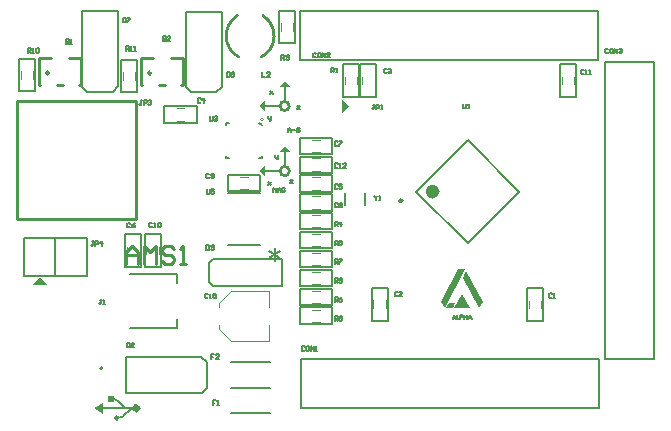
<source format=gto>
G04*
G04 #@! TF.GenerationSoftware,Altium Limited,Altium Designer,19.0.4 (130)*
G04*
G04 Layer_Color=65535*
%FSTAX24Y24*%
%MOIN*%
G70*
G01*
G75*
%ADD10C,0.0079*%
%ADD11C,0.0100*%
%ADD12C,0.0098*%
%ADD13C,0.0236*%
%ADD14C,0.0000*%
%ADD15C,0.0070*%
%ADD16C,0.0150*%
%ADD17C,0.0050*%
%ADD18C,0.0080*%
%ADD19C,0.0039*%
%ADD20C,0.0040*%
%ADD21C,0.0060*%
%ADD22C,0.0078*%
%ADD23R,0.0220X0.0220*%
G36*
X043745Y0347D02*
X043355D01*
X04355Y034895D01*
X043745Y0347D01*
D02*
G37*
G36*
X04291Y03385D02*
X042715Y034045D01*
X04291Y03424D01*
Y03385D01*
D02*
G37*
G36*
X0457Y03405D02*
X04545Y0338D01*
Y0343D01*
X0457Y03405D01*
D02*
G37*
G36*
X043747Y03253D02*
X043357D01*
X043552Y032725D01*
X043747Y03253D01*
D02*
G37*
G36*
X042912Y03168D02*
X042717Y031875D01*
X042912Y03207D01*
Y03168D01*
D02*
G37*
G36*
X03565Y0281D02*
X03515D01*
X0354Y02835D01*
X03565Y0281D01*
D02*
G37*
G36*
X050147Y027523D02*
X050027Y027307D01*
X04948Y02833D01*
X049594Y028549D01*
X050147Y027523D01*
D02*
G37*
G36*
X04972Y027307D02*
X0492D01*
X04945Y027777D01*
X04972Y027307D01*
D02*
G37*
G36*
X04915D02*
X04894D01*
X04903Y027477D01*
X04923D01*
X04915Y027307D01*
D02*
G37*
G36*
X04888D02*
X048771Y027516D01*
X049343Y028612D01*
X04956D01*
X04888Y027307D01*
D02*
G37*
G36*
X0375Y02379D02*
X03718Y02397D01*
X0375Y02415D01*
Y02379D01*
D02*
G37*
D10*
X03748Y025311D02*
G03*
X03748Y025311I-000039J0D01*
G01*
X04345Y02805D02*
Y02895D01*
X041175Y02805D02*
X04345D01*
X04104Y028185D02*
X041175Y02805D01*
Y02895D02*
X04345D01*
X04104Y028815D02*
X041175Y02895D01*
X04104Y028185D02*
Y028815D01*
X047924Y0312D02*
X04965Y029474D01*
Y032926D02*
X051376Y0312D01*
X047924D02*
X04965Y032926D01*
Y029474D02*
X051376Y0312D01*
X042712Y033491D02*
X042791Y033412D01*
Y032309D02*
Y032388D01*
X042712Y032309D02*
X042791D01*
X041609D02*
X041688D01*
X041609D02*
Y032388D01*
Y033412D02*
Y033491D01*
X041688D01*
X04095Y0251D02*
Y025525D01*
X038264Y0257D02*
X040774D01*
X038264Y0245D02*
Y0257D01*
Y0245D02*
X040784D01*
X04095Y024665D02*
Y0251D01*
X040784Y0245D02*
X04095Y024665D01*
X040774Y0257D02*
X04095Y025525D01*
X0374Y034528D02*
X037825D01*
X038Y034704D02*
Y037214D01*
X0368D02*
X038D01*
X0368Y034694D02*
Y037214D01*
X036965Y034528D02*
X0374D01*
X0368Y034694D02*
X036965Y034528D01*
X037825D02*
X038Y034704D01*
X04085Y034515D02*
X041275D01*
X04145Y03469D02*
Y0372D01*
X04025D02*
X04145D01*
X04025Y03468D02*
Y0372D01*
X040415Y034515D02*
X04085D01*
X04025Y03468D02*
X040415Y034515D01*
X041275D02*
X04145Y03469D01*
D11*
X042783Y035686D02*
G03*
X042829Y037063I-000383J000702D01*
G01*
X041971D02*
G03*
X042014Y035687I00043J-000675D01*
G01*
X03801Y02366D02*
G03*
X03801Y02366I-00005J0D01*
G01*
X043703Y03405D02*
G03*
X043703Y03405I-000153J0D01*
G01*
X043705Y03188D02*
G03*
X043705Y03188I-000153J0D01*
G01*
X034645Y030272D02*
Y033639D01*
Y034209D01*
Y030272D02*
X038582Y030272D01*
X034645Y034209D02*
X038582D01*
Y030272D02*
Y034209D01*
X03535Y035657D02*
X03575D01*
X03535Y034757D02*
Y035657D01*
Y034757D02*
X0354D01*
X03635Y035657D02*
X03675D01*
Y034757D02*
Y035657D01*
X0367Y034757D02*
X03675D01*
X03595D02*
X03615D01*
X03875Y035646D02*
X03915D01*
X03875Y034746D02*
Y035646D01*
Y034746D02*
X0388D01*
X03975Y035646D02*
X04015D01*
Y034746D02*
Y035646D01*
X0401Y034746D02*
X04015D01*
X03935D02*
X03955D01*
X03826Y02879D02*
Y02919D01*
X03846Y02939D01*
X03866Y02919D01*
Y02879D01*
Y02909D01*
X03826D01*
X03886Y02879D02*
Y02939D01*
X03906Y02919D01*
X03926Y02939D01*
Y02879D01*
X039859Y02929D02*
X03976Y02939D01*
X03956D01*
X03946Y02929D01*
Y02919D01*
X03956Y02909D01*
X03976D01*
X039859Y02899D01*
Y02889D01*
X03976Y02879D01*
X03956D01*
X03946Y02889D01*
X040059Y02879D02*
X040259D01*
X040159D01*
Y02939D01*
X040059Y02929D01*
D12*
X047472Y030894D02*
G03*
X047472Y030894I-000049J0D01*
G01*
X0357Y035157D02*
G03*
X0357Y035157I-000049J0D01*
G01*
X0391Y035146D02*
G03*
X0391Y035146I-000049J0D01*
G01*
D13*
X048599Y0312D02*
G03*
X048599Y0312I-000118J0D01*
G01*
D14*
X042841Y033609D02*
G03*
X042841Y033609I-00005J0D01*
G01*
D15*
X03806Y02366D02*
G03*
X038162Y023702I0J000145D01*
G01*
X037982Y024228D02*
G03*
X03788Y02427I-000102J-000102D01*
G01*
X03485Y0284D02*
X03695D01*
X03485D02*
Y02965D01*
X03695D01*
Y0284D02*
Y02965D01*
X0359Y0284D02*
Y02965D01*
X038162Y023702D02*
X03842Y02396D01*
X037982Y024228D02*
X03824Y02397D01*
X0375D02*
X0386D01*
D16*
X03867D02*
G03*
X03867Y02397I-00007J0D01*
G01*
D17*
X03839Y028465D02*
X03997D01*
Y028145D02*
Y028465D01*
Y026645D02*
Y026965D01*
X03839Y026645D02*
X03997D01*
X044094Y023974D02*
X054015D01*
X044094D02*
Y025628D01*
X054015Y023974D02*
Y025628D01*
X044094D02*
X054015D01*
X044077Y035574D02*
X053999D01*
X044077D02*
Y037228D01*
X053999Y035574D02*
Y037228D01*
X044077D02*
X053999D01*
X055866Y025609D02*
Y03553D01*
X054213Y025609D02*
X055866D01*
X054213Y03553D02*
X055866D01*
X054213Y025609D02*
Y03553D01*
X0455Y034361D02*
Y035441D01*
Y034361D02*
X04604D01*
Y035441D01*
X0455D02*
X04604D01*
X0439Y036148D02*
Y037228D01*
X04336D02*
X0439D01*
X04336Y036148D02*
Y037228D01*
Y036148D02*
X0439D01*
X04405Y030479D02*
X04513D01*
X04405Y029939D02*
Y030479D01*
Y029939D02*
X04513D01*
Y030479D01*
X04405Y02985D02*
X04513D01*
X04405Y02931D02*
Y02985D01*
Y02931D02*
X04513D01*
Y02985D01*
X04405Y027965D02*
X04513D01*
X04405Y027425D02*
Y027965D01*
Y027425D02*
X04513D01*
Y027965D01*
X04405Y029222D02*
X04513D01*
X04405Y028682D02*
Y029222D01*
Y028682D02*
X04513D01*
Y029222D01*
X04405Y027337D02*
X04513D01*
X04405Y026797D02*
Y027337D01*
Y026797D02*
X04513D01*
Y027337D01*
X04405Y028594D02*
X04513D01*
X04405Y028054D02*
Y028594D01*
Y028054D02*
X04513D01*
Y028594D01*
X0347Y03455D02*
Y03563D01*
Y03455D02*
X03524D01*
Y03563D01*
X0347D02*
X03524D01*
X0381Y03451D02*
Y03559D01*
Y03451D02*
X03864D01*
Y03559D01*
X0381D02*
X03864D01*
X05162Y026891D02*
Y027971D01*
Y026891D02*
X05216D01*
Y027971D01*
X05162D02*
X05216D01*
X04645Y0269D02*
Y02798D01*
Y0269D02*
X04699D01*
Y02798D01*
X04645D02*
X04699D01*
X046068Y034361D02*
Y035441D01*
Y034361D02*
X046608D01*
Y035441D01*
X046068D02*
X046608D01*
X03954Y0335D02*
X04062D01*
Y03404D01*
X03954D02*
X04062D01*
X03954Y0335D02*
Y03404D01*
X04405Y031735D02*
X04513D01*
X04405Y031195D02*
Y031735D01*
Y031195D02*
X04513D01*
Y031735D01*
X038775Y028695D02*
Y029775D01*
X038235D02*
X038775D01*
X038235Y028695D02*
Y029775D01*
Y028695D02*
X038775D01*
X04405Y032992D02*
X04513D01*
X04405Y032452D02*
Y032992D01*
Y032452D02*
X04513D01*
Y032992D01*
X04405Y031107D02*
X04513D01*
X04405Y030567D02*
Y031107D01*
Y030567D02*
X04513D01*
Y031107D01*
X04165Y03175D02*
X04273D01*
X04165Y03121D02*
Y03175D01*
Y03121D02*
X04273D01*
Y03175D01*
X03942Y028695D02*
Y029775D01*
X03888D02*
X03942D01*
X03888Y028695D02*
Y029775D01*
Y028695D02*
X03942D01*
X05327Y034361D02*
Y035441D01*
X05273D02*
X05327D01*
X05273Y034361D02*
Y035441D01*
Y034361D02*
X05327D01*
X04405Y032364D02*
X04513D01*
X04405Y031824D02*
Y032364D01*
Y031824D02*
X04513D01*
Y032364D01*
X041778Y024659D02*
X043062D01*
X041778Y023801D02*
X043062D01*
X041778Y025509D02*
X043062D01*
X041778Y024651D02*
X043062D01*
X0377Y02427D02*
X03788D01*
X0429Y03405D02*
X04339D01*
X04355Y03425D02*
Y0347D01*
X043552Y03208D02*
Y03253D01*
X042902Y03188D02*
X043392D01*
X04395Y034047D02*
X04405D01*
X04395Y033947D01*
X04405D01*
X043003Y03371D02*
Y033635D01*
X043028Y03361D01*
X043103D01*
Y033585D01*
X043078Y03356D01*
X043053D01*
X043103Y03361D02*
Y03371D01*
X04306Y03455D02*
X04316Y03445D01*
X04311Y0345D01*
X04316Y03455D01*
X04306Y03445D01*
X043002Y031503D02*
X043102Y031403D01*
X043052Y031453D01*
X043102Y031503D01*
X043002Y031403D01*
X04323Y032425D02*
Y03235D01*
X043255Y032325D01*
X04333D01*
Y0323D01*
X043305Y032275D01*
X04328D01*
X04333Y032325D02*
Y032425D01*
X04372Y03159D02*
X04382D01*
X04372Y03149D01*
X04382D01*
X04317Y03118D02*
Y03133D01*
X04322Y03128D01*
X04327Y03133D01*
Y03118D01*
X04332D02*
Y03128D01*
X04337Y03133D01*
X04342Y03128D01*
Y03118D01*
Y031255D01*
X04332D01*
X04357Y031305D02*
X043545Y03133D01*
X043495D01*
X04347Y031305D01*
Y031205D01*
X043495Y03118D01*
X043545D01*
X04357Y031205D01*
Y031255D01*
X04352D01*
X043653Y03318D02*
Y03328D01*
X043703Y03333D01*
X043753Y03328D01*
Y03318D01*
Y033255D01*
X043653D01*
X043803D02*
X043903D01*
X044053Y033305D02*
X044028Y03333D01*
X043978D01*
X043953Y033305D01*
Y033205D01*
X043978Y03318D01*
X044028D01*
X044053Y033205D01*
Y033255D01*
X044003D01*
X049263Y02695D02*
X049206Y0271D01*
X049149Y02695D01*
X04917Y027D02*
X049242D01*
X049298Y0271D02*
Y02695D01*
X049384D01*
X0494Y027021D02*
X049465D01*
X049486Y027029D01*
X049493Y027036D01*
X0495Y02705D01*
Y027071D01*
X049493Y027086D01*
X049486Y027093D01*
X049465Y0271D01*
X0494D01*
Y02695D01*
X049534Y0271D02*
Y02695D01*
X049634Y0271D02*
Y02695D01*
X049534Y027029D02*
X049634D01*
X049789Y02695D02*
X049732Y0271D01*
X049675Y02695D01*
X049697Y027D02*
X049768D01*
X0412Y025775D02*
X0411D01*
Y0257D01*
X04115D01*
X0411D01*
Y025625D01*
X04135D02*
X04125D01*
X04135Y025725D01*
Y02575D01*
X041325Y025775D01*
X041275D01*
X04125Y02575D01*
X0388Y03425D02*
X03875D01*
X038775D01*
Y034125D01*
X03875Y0341D01*
X038725D01*
X0387Y034125D01*
X03885Y0341D02*
Y03425D01*
X038925D01*
X03895Y034225D01*
Y034175D01*
X038925Y03415D01*
X03885D01*
X039Y034225D02*
X039025Y03425D01*
X039075D01*
X0391Y034225D01*
Y0342D01*
X039075Y034175D01*
X03905D01*
X039075D01*
X0391Y03415D01*
Y034125D01*
X039075Y0341D01*
X039025D01*
X039Y034125D01*
X04654Y03106D02*
Y031035D01*
X04659Y030985D01*
X04664Y031035D01*
Y03106D01*
X04659Y030985D02*
Y03091D01*
X04669D02*
X04674D01*
X046715D01*
Y03106D01*
X04669Y031035D01*
X04095Y031284D02*
Y031159D01*
X040975Y031134D01*
X041025D01*
X04105Y031159D01*
Y031284D01*
X0412D02*
X0411D01*
Y031209D01*
X04115Y031234D01*
X041175D01*
X0412Y031209D01*
Y031159D01*
X041175Y031134D01*
X041125D01*
X0411Y031159D01*
X04105Y033705D02*
Y03358D01*
X041075Y033555D01*
X041125D01*
X04115Y03358D01*
Y033705D01*
X0412Y03368D02*
X041225Y033705D01*
X041275D01*
X0413Y03368D01*
Y033655D01*
X041275Y03363D01*
X04125D01*
X041275D01*
X0413Y033605D01*
Y03358D01*
X041275Y033555D01*
X041225D01*
X0412Y03358D01*
X04951Y03412D02*
Y033995D01*
X049535Y03397D01*
X049585D01*
X04961Y033995D01*
Y03412D01*
X04966Y03397D02*
X04971D01*
X049685D01*
Y03412D01*
X04966Y034095D01*
X03827Y03589D02*
Y03604D01*
X038345D01*
X03837Y036015D01*
Y035965D01*
X038345Y03594D01*
X03827D01*
X03832D02*
X03837Y03589D01*
X03842D02*
X03847D01*
X038445D01*
Y03604D01*
X03842Y036015D01*
X038545Y03589D02*
X038595D01*
X03857D01*
Y03604D01*
X038545Y036015D01*
X03498Y03583D02*
Y03598D01*
X035055D01*
X03508Y035955D01*
Y035905D01*
X035055Y03588D01*
X03498D01*
X03503D02*
X03508Y03583D01*
X03513D02*
X03518D01*
X035155D01*
Y03598D01*
X03513Y035955D01*
X035255D02*
X03528Y03598D01*
X03533D01*
X035355Y035955D01*
Y035855D01*
X03533Y03583D01*
X03528D01*
X035255Y035855D01*
Y035955D01*
X04522Y02816D02*
Y02831D01*
X045295D01*
X04532Y028285D01*
Y028235D01*
X045295Y02821D01*
X04522D01*
X04527D02*
X04532Y02816D01*
X04537Y028185D02*
X045395Y02816D01*
X045445D01*
X04547Y028185D01*
Y028285D01*
X045445Y02831D01*
X045395D01*
X04537Y028285D01*
Y02826D01*
X045395Y028235D01*
X04547D01*
X04522Y0269D02*
Y02705D01*
X045295D01*
X04532Y027025D01*
Y026975D01*
X045295Y02695D01*
X04522D01*
X04527D02*
X04532Y0269D01*
X04537Y027025D02*
X045395Y02705D01*
X045445D01*
X04547Y027025D01*
Y027D01*
X045445Y026975D01*
X04547Y02695D01*
Y026925D01*
X045445Y0269D01*
X045395D01*
X04537Y026925D01*
Y02695D01*
X045395Y026975D01*
X04537Y027D01*
Y027025D01*
X045395Y026975D02*
X045445D01*
X04522Y02879D02*
Y02894D01*
X045295D01*
X04532Y028915D01*
Y028865D01*
X045295Y02884D01*
X04522D01*
X04527D02*
X04532Y02879D01*
X04537Y02894D02*
X04547D01*
Y028915D01*
X04537Y028815D01*
Y02879D01*
X04522Y02753D02*
Y02768D01*
X045295D01*
X04532Y027655D01*
Y027605D01*
X045295Y02758D01*
X04522D01*
X04527D02*
X04532Y02753D01*
X04547Y02768D02*
X04542Y027655D01*
X04537Y027605D01*
Y027555D01*
X045395Y02753D01*
X045445D01*
X04547Y027555D01*
Y02758D01*
X045445Y027605D01*
X04537D01*
X04522Y029412D02*
Y029562D01*
X045295D01*
X04532Y029537D01*
Y029487D01*
X045295Y029462D01*
X04522D01*
X04527D02*
X04532Y029412D01*
X04547Y029562D02*
X04537D01*
Y029487D01*
X04542Y029512D01*
X045445D01*
X04547Y029487D01*
Y029437D01*
X045445Y029412D01*
X045395D01*
X04537Y029437D01*
X04522Y030048D02*
Y030198D01*
X045295D01*
X04532Y030173D01*
Y030123D01*
X045295Y030098D01*
X04522D01*
X04527D02*
X04532Y030048D01*
X045445D02*
Y030198D01*
X04537Y030123D01*
X04547D01*
X04344Y0356D02*
Y03575D01*
X043515D01*
X04354Y035725D01*
Y035675D01*
X043515Y03565D01*
X04344D01*
X04349D02*
X04354Y0356D01*
X04359Y035725D02*
X043615Y03575D01*
X043665D01*
X04369Y035725D01*
Y0357D01*
X043665Y035675D01*
X04364D01*
X043665D01*
X04369Y03565D01*
Y035625D01*
X043665Y0356D01*
X043615D01*
X04359Y035625D01*
X04511Y035175D02*
Y035325D01*
X045185D01*
X04521Y0353D01*
Y03525D01*
X045185Y035225D01*
X04511D01*
X04516D02*
X04521Y035175D01*
X04526D02*
X04531D01*
X045285D01*
Y035325D01*
X04526Y0353D01*
X03958Y036255D02*
Y036355D01*
X039555Y03638D01*
X039505D01*
X03948Y036355D01*
Y036255D01*
X039505Y03623D01*
X039555D01*
X03953Y03628D02*
X03958Y03623D01*
X039555D02*
X03958Y036255D01*
X03973Y03623D02*
X03963D01*
X03973Y03633D01*
Y036355D01*
X039705Y03638D01*
X039655D01*
X03963Y036355D01*
X03635Y036155D02*
Y036255D01*
X036325Y03628D01*
X036275D01*
X03625Y036255D01*
Y036155D01*
X036275Y03613D01*
X036325D01*
X0363Y03618D02*
X03635Y03613D01*
X036325D02*
X03635Y036155D01*
X0364Y03613D02*
X03645D01*
X036425D01*
Y03628D01*
X0364Y036255D01*
X0428Y03518D02*
Y03503D01*
X0429D01*
X04305D02*
X04295D01*
X04305Y03513D01*
Y035155D01*
X043025Y03518D01*
X042975D01*
X04295Y035155D01*
X03719Y029545D02*
X03714D01*
X037165D01*
Y02942D01*
X03714Y029395D01*
X037115D01*
X03709Y02942D01*
X03724Y029395D02*
Y029545D01*
X037315D01*
X03734Y02952D01*
Y02947D01*
X037315Y029445D01*
X03724D01*
X037465Y029395D02*
Y029545D01*
X03739Y02947D01*
X03749D01*
X04656Y034097D02*
X04651D01*
X046535D01*
Y033972D01*
X04651Y033947D01*
X046485D01*
X04646Y033972D01*
X04661Y033947D02*
Y034097D01*
X046685D01*
X04671Y034072D01*
Y034022D01*
X046685Y033997D01*
X04661D01*
X04676Y033947D02*
X04681D01*
X046785D01*
Y034097D01*
X04676Y034072D01*
X03746Y027595D02*
X03741D01*
X037435D01*
Y02747D01*
X03741Y027445D01*
X037385D01*
X03736Y02747D01*
X03751Y027445D02*
X03756D01*
X037535D01*
Y027595D01*
X03751Y02757D01*
X04125Y024235D02*
X04115D01*
Y02416D01*
X0412D01*
X04115D01*
Y024085D01*
X0413D02*
X04135D01*
X041325D01*
Y024235D01*
X0413Y02421D01*
X04162Y03518D02*
Y03503D01*
X041695D01*
X04172Y035055D01*
Y035155D01*
X041695Y03518D01*
X04162D01*
X04177Y035155D02*
X041795Y03518D01*
X041845D01*
X04187Y035155D01*
Y03513D01*
X041845Y035105D01*
X04187Y03508D01*
Y035055D01*
X041845Y03503D01*
X041795D01*
X04177Y035055D01*
Y03508D01*
X041795Y035105D01*
X04177Y03513D01*
Y035155D01*
X041795Y035105D02*
X041845D01*
X03816Y03699D02*
Y03684D01*
X038235D01*
X03826Y036865D01*
Y036965D01*
X038235Y03699D01*
X03816D01*
X03831D02*
X03841D01*
Y036965D01*
X03831Y036865D01*
Y03684D01*
X04094Y02941D02*
Y02926D01*
X041015D01*
X04104Y029285D01*
Y029385D01*
X041015Y02941D01*
X04094D01*
X04109Y029385D02*
X041115Y02941D01*
X041165D01*
X04119Y029385D01*
Y02936D01*
X041165Y029335D01*
X04114D01*
X041165D01*
X04119Y02931D01*
Y029285D01*
X041165Y02926D01*
X041115D01*
X04109Y029285D01*
X03828Y026155D02*
Y026005D01*
X038355D01*
X03838Y02603D01*
Y02613D01*
X038355Y026155D01*
X03828D01*
X03853Y026005D02*
X03843D01*
X03853Y026105D01*
Y02613D01*
X038505Y026155D01*
X038455D01*
X03843Y02613D01*
X05434Y035935D02*
X054315Y03596D01*
X054265D01*
X05424Y035935D01*
Y035835D01*
X054265Y03581D01*
X054315D01*
X05434Y035835D01*
X054465Y03596D02*
X054415D01*
X05439Y035935D01*
Y035835D01*
X054415Y03581D01*
X054465D01*
X05449Y035835D01*
Y035935D01*
X054465Y03596D01*
X05454Y03581D02*
Y03596D01*
X05464Y03581D01*
Y03596D01*
X05469Y035935D02*
X054715Y03596D01*
X054765D01*
X05479Y035935D01*
Y03591D01*
X054765Y035885D01*
X05474D01*
X054765D01*
X05479Y03586D01*
Y035835D01*
X054765Y03581D01*
X054715D01*
X05469Y035835D01*
X0446Y035795D02*
X044575Y03582D01*
X044525D01*
X0445Y035795D01*
Y035695D01*
X044525Y03567D01*
X044575D01*
X0446Y035695D01*
X044725Y03582D02*
X044675D01*
X04465Y035795D01*
Y035695D01*
X044675Y03567D01*
X044725D01*
X04475Y035695D01*
Y035795D01*
X044725Y03582D01*
X0448Y03567D02*
Y03582D01*
X0449Y03567D01*
Y03582D01*
X04505Y03567D02*
X04495D01*
X04505Y03577D01*
Y035795D01*
X045025Y03582D01*
X044975D01*
X04495Y035795D01*
X04422Y026025D02*
X044195Y02605D01*
X044145D01*
X04412Y026025D01*
Y025925D01*
X044145Y0259D01*
X044195D01*
X04422Y025925D01*
X044345Y02605D02*
X044295D01*
X04427Y026025D01*
Y025925D01*
X044295Y0259D01*
X044345D01*
X04437Y025925D01*
Y026025D01*
X044345Y02605D01*
X04442Y0259D02*
Y02605D01*
X04452Y0259D01*
Y02605D01*
X04457Y0259D02*
X04462D01*
X044595D01*
Y02605D01*
X04457Y026025D01*
X041Y027775D02*
X040975Y0278D01*
X040925D01*
X0409Y027775D01*
Y027675D01*
X040925Y02765D01*
X040975D01*
X041Y027675D01*
X04105Y02765D02*
X0411D01*
X041075D01*
Y0278D01*
X04105Y027775D01*
X041275Y0278D02*
X041175D01*
Y027725D01*
X041225Y02775D01*
X04125D01*
X041275Y027725D01*
Y027675D01*
X04125Y02765D01*
X0412D01*
X041175Y027675D01*
X04532Y032115D02*
X045295Y03214D01*
X045245D01*
X04522Y032115D01*
Y032015D01*
X045245Y03199D01*
X045295D01*
X04532Y032015D01*
X04537Y03199D02*
X04542D01*
X045395D01*
Y03214D01*
X04537Y032115D01*
X045595Y03199D02*
X045495D01*
X045595Y03209D01*
Y032115D01*
X04557Y03214D01*
X04552D01*
X045495Y032115D01*
X053524Y035235D02*
X053499Y03526D01*
X053449D01*
X053424Y035235D01*
Y035135D01*
X053449Y03511D01*
X053499D01*
X053524Y035135D01*
X053574Y03511D02*
X053624D01*
X053599D01*
Y03526D01*
X053574Y035235D01*
X053699Y03511D02*
X053749D01*
X053724D01*
Y03526D01*
X053699Y035235D01*
X03914Y03014D02*
X039115Y030165D01*
X039065D01*
X03904Y03014D01*
Y03004D01*
X039065Y030015D01*
X039115D01*
X03914Y03004D01*
X03919Y030015D02*
X03924D01*
X039215D01*
Y030165D01*
X03919Y03014D01*
X039315D02*
X03934Y030165D01*
X03939D01*
X039415Y03014D01*
Y03004D01*
X03939Y030015D01*
X03934D01*
X039315Y03004D01*
Y03014D01*
X04104Y03177D02*
X041015Y031795D01*
X040965D01*
X04094Y03177D01*
Y03167D01*
X040965Y031645D01*
X041015D01*
X04104Y03167D01*
X04109D02*
X041115Y031645D01*
X041165D01*
X04119Y03167D01*
Y03177D01*
X041165Y031795D01*
X041115D01*
X04109Y03177D01*
Y031745D01*
X041115Y03172D01*
X04119D01*
X04532Y030795D02*
X045295Y03082D01*
X045245D01*
X04522Y030795D01*
Y030695D01*
X045245Y03067D01*
X045295D01*
X04532Y030695D01*
X04537Y030795D02*
X045395Y03082D01*
X045445D01*
X04547Y030795D01*
Y03077D01*
X045445Y030745D01*
X04547Y03072D01*
Y030695D01*
X045445Y03067D01*
X045395D01*
X04537Y030695D01*
Y03072D01*
X045395Y030745D01*
X04537Y03077D01*
Y030795D01*
X045395Y030745D02*
X045445D01*
X04532Y03285D02*
X045295Y032875D01*
X045245D01*
X04522Y03285D01*
Y03275D01*
X045245Y032725D01*
X045295D01*
X04532Y03275D01*
X04537Y032875D02*
X04547D01*
Y03285D01*
X04537Y03275D01*
Y032725D01*
X038405Y030132D02*
X03838Y030157D01*
X03833D01*
X038305Y030132D01*
Y030032D01*
X03833Y030007D01*
X03838D01*
X038405Y030032D01*
X038555Y030157D02*
X038505Y030132D01*
X038455Y030082D01*
Y030032D01*
X03848Y030007D01*
X03853D01*
X038555Y030032D01*
Y030057D01*
X03853Y030082D01*
X038455D01*
X04532Y031425D02*
X045295Y03145D01*
X045245D01*
X04522Y031425D01*
Y031325D01*
X045245Y0313D01*
X045295D01*
X04532Y031325D01*
X04547Y03145D02*
X04537D01*
Y031375D01*
X04542Y0314D01*
X045445D01*
X04547Y031375D01*
Y031325D01*
X045445Y0313D01*
X045395D01*
X04537Y031325D01*
X04075Y034285D02*
X040725Y03431D01*
X040675D01*
X04065Y034285D01*
Y034185D01*
X040675Y03416D01*
X040725D01*
X04075Y034185D01*
X040875Y03416D02*
Y03431D01*
X0408Y034235D01*
X0409D01*
X04696Y035275D02*
X046935Y0353D01*
X046885D01*
X04686Y035275D01*
Y035175D01*
X046885Y03515D01*
X046935D01*
X04696Y035175D01*
X04701Y035275D02*
X047035Y0353D01*
X047085D01*
X04711Y035275D01*
Y03525D01*
X047085Y035225D01*
X04706D01*
X047085D01*
X04711Y0352D01*
Y035175D01*
X047085Y03515D01*
X047035D01*
X04701Y035175D01*
X04732Y027835D02*
X047295Y02786D01*
X047245D01*
X04722Y027835D01*
Y027735D01*
X047245Y02771D01*
X047295D01*
X04732Y027735D01*
X04747Y02771D02*
X04737D01*
X04747Y02781D01*
Y027835D01*
X047445Y02786D01*
X047395D01*
X04737Y027835D01*
X05246Y027785D02*
X052435Y02781D01*
X052385D01*
X05236Y027785D01*
Y027685D01*
X052385Y02766D01*
X052435D01*
X05246Y027685D01*
X05251Y02766D02*
X05256D01*
X052535D01*
Y02781D01*
X05251Y027785D01*
D18*
X046235Y030753D02*
Y031147D01*
X045565Y030753D02*
Y031147D01*
D19*
X041775Y027897D02*
X043035D01*
X041775Y026204D02*
X043035D01*
Y026735D01*
Y027365D02*
Y027897D01*
X041362Y027365D02*
Y027483D01*
Y026617D02*
X041775Y026204D01*
X041362Y026617D02*
Y026735D01*
Y027483D02*
X041775Y027897D01*
D20*
X04597Y034771D02*
Y035031D01*
X04557Y034771D02*
Y035031D01*
X04343Y036558D02*
Y036818D01*
X04383Y036558D02*
Y036818D01*
X04446Y030009D02*
X04472D01*
X04446Y030409D02*
X04472D01*
X04446Y02938D02*
X04472D01*
X04446Y02978D02*
X04472D01*
X04446Y027495D02*
X04472D01*
X04446Y027895D02*
X04472D01*
X04446Y028752D02*
X04472D01*
X04446Y029152D02*
X04472D01*
X04446Y026867D02*
X04472D01*
X04446Y027267D02*
X04472D01*
X04446Y028124D02*
X04472D01*
X04446Y028524D02*
X04472D01*
X03517Y03496D02*
Y03522D01*
X03477Y03496D02*
Y03522D01*
X03857Y03492D02*
Y03518D01*
X03817Y03492D02*
Y03518D01*
X0521Y027301D02*
Y027561D01*
X05168Y027301D02*
Y027561D01*
X04693Y02731D02*
Y02757D01*
X04651Y02731D02*
Y02757D01*
X046548Y034771D02*
Y035031D01*
X046128Y034771D02*
Y035031D01*
X03995Y03398D02*
X04021D01*
X03995Y03356D02*
X04021D01*
X04446Y031255D02*
X04472D01*
X04446Y031675D02*
X04472D01*
X038295Y029105D02*
Y029365D01*
X038715Y029105D02*
Y029365D01*
X04446Y032512D02*
X04472D01*
X04446Y032932D02*
X04472D01*
X04446Y030627D02*
X04472D01*
X04446Y031047D02*
X04472D01*
X04206Y03127D02*
X04232D01*
X04206Y03169D02*
X04232D01*
X03894Y029105D02*
Y029365D01*
X03936Y029105D02*
Y029365D01*
X05279Y034771D02*
Y035031D01*
X05321Y034771D02*
Y035031D01*
X04446Y031884D02*
X04472D01*
X04446Y032304D02*
X04472D01*
D21*
X04167Y031141D02*
X04273D01*
X04167Y029421D02*
X04273D01*
D22*
X043214Y028891D02*
Y029313D01*
X04339Y028997D02*
X043039Y029207D01*
Y028997D02*
X04339Y029207D01*
D23*
X03776Y02427D02*
D03*
M02*

</source>
